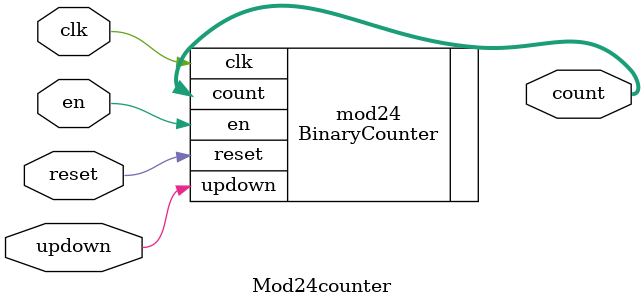
<source format=v>
`timescale 1ns / 1ps


module Mod24counter(
input clk, reset,en, output [4:0] count, input updown
    );
    BinaryCounter #(5,24) mod24 (.clk(clk), .reset(reset), .en(en), .count(count), .updown(updown));
endmodule

</source>
